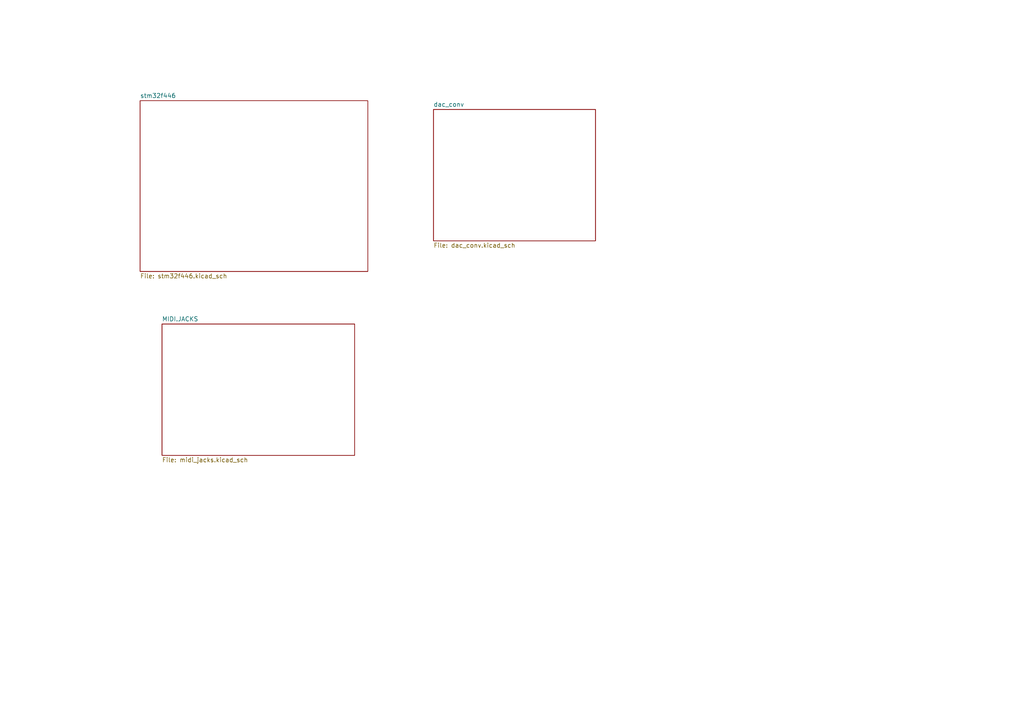
<source format=kicad_sch>
(kicad_sch (version 20211123) (generator eeschema)
  (paper "A4")
  (lib_symbols)
  (sheet (at 40.64 29.21) (size 66.04 49.53) (stroke (width 0.1524))
    (property "Sheet name" "stm32f446" (at 40.64 28.4984 0) (effects (justify left bottom)))
    (property "Sheet file" "stm32f446.kicad_sch" (at 40.64 79.3246 0) (effects (justify left top)))
  )
  (sheet (at 46.99 93.98) (size 55.88 38.1) (stroke (width 0.1524))
    (property "Sheet name" "MIDI.JACKS" (at 46.99 93.2684 0) (effects (justify left bottom)))
    (property "Sheet file" "midi_jacks.kicad_sch" (at 46.99 132.6646 0) (effects (justify left top)))
  )
  (sheet (at 125.73 31.75) (size 46.99 38.1) (stroke (width 0.1524))
    (property "Sheet name" "dac_conv" (at 125.73 31.0384 0) (effects (justify left bottom)))
    (property "Sheet file" "dac_conv.kicad_sch" (at 125.73 70.4346 0) (effects (justify left top)))
  )
)
</source>
